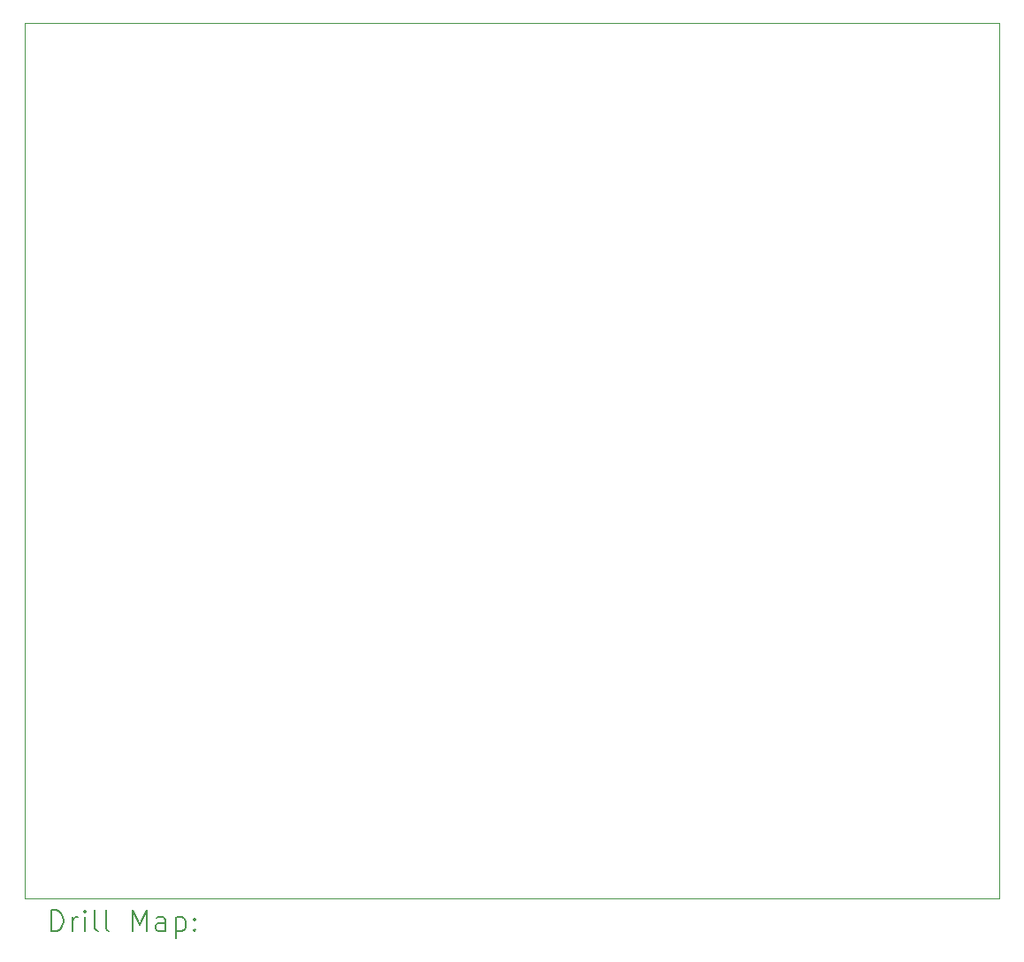
<source format=gbr>
%TF.GenerationSoftware,KiCad,Pcbnew,(6.0.10)*%
%TF.CreationDate,2023-06-25T11:42:36-04:00*%
%TF.ProjectId,sd2_node_board,7364325f-6e6f-4646-955f-626f6172642e,rev?*%
%TF.SameCoordinates,Original*%
%TF.FileFunction,Drillmap*%
%TF.FilePolarity,Positive*%
%FSLAX45Y45*%
G04 Gerber Fmt 4.5, Leading zero omitted, Abs format (unit mm)*
G04 Created by KiCad (PCBNEW (6.0.10)) date 2023-06-25 11:42:36*
%MOMM*%
%LPD*%
G01*
G04 APERTURE LIST*
%ADD10C,0.100000*%
%ADD11C,0.200000*%
G04 APERTURE END LIST*
D10*
X8719600Y-6870900D02*
X18045900Y-6870900D01*
X18045900Y-6870900D02*
X18045900Y-15257400D01*
X18045900Y-15257400D02*
X8719600Y-15257400D01*
X8719600Y-15257400D02*
X8719600Y-6870900D01*
D11*
X8972219Y-15572876D02*
X8972219Y-15372876D01*
X9019838Y-15372876D01*
X9048410Y-15382400D01*
X9067457Y-15401448D01*
X9076981Y-15420495D01*
X9086505Y-15458590D01*
X9086505Y-15487162D01*
X9076981Y-15525257D01*
X9067457Y-15544305D01*
X9048410Y-15563352D01*
X9019838Y-15572876D01*
X8972219Y-15572876D01*
X9172219Y-15572876D02*
X9172219Y-15439543D01*
X9172219Y-15477638D02*
X9181743Y-15458590D01*
X9191267Y-15449067D01*
X9210314Y-15439543D01*
X9229362Y-15439543D01*
X9296029Y-15572876D02*
X9296029Y-15439543D01*
X9296029Y-15372876D02*
X9286505Y-15382400D01*
X9296029Y-15391924D01*
X9305552Y-15382400D01*
X9296029Y-15372876D01*
X9296029Y-15391924D01*
X9419838Y-15572876D02*
X9400790Y-15563352D01*
X9391267Y-15544305D01*
X9391267Y-15372876D01*
X9524600Y-15572876D02*
X9505552Y-15563352D01*
X9496029Y-15544305D01*
X9496029Y-15372876D01*
X9753171Y-15572876D02*
X9753171Y-15372876D01*
X9819838Y-15515733D01*
X9886505Y-15372876D01*
X9886505Y-15572876D01*
X10067457Y-15572876D02*
X10067457Y-15468114D01*
X10057933Y-15449067D01*
X10038886Y-15439543D01*
X10000790Y-15439543D01*
X9981743Y-15449067D01*
X10067457Y-15563352D02*
X10048410Y-15572876D01*
X10000790Y-15572876D01*
X9981743Y-15563352D01*
X9972219Y-15544305D01*
X9972219Y-15525257D01*
X9981743Y-15506209D01*
X10000790Y-15496686D01*
X10048410Y-15496686D01*
X10067457Y-15487162D01*
X10162695Y-15439543D02*
X10162695Y-15639543D01*
X10162695Y-15449067D02*
X10181743Y-15439543D01*
X10219838Y-15439543D01*
X10238886Y-15449067D01*
X10248410Y-15458590D01*
X10257933Y-15477638D01*
X10257933Y-15534781D01*
X10248410Y-15553828D01*
X10238886Y-15563352D01*
X10219838Y-15572876D01*
X10181743Y-15572876D01*
X10162695Y-15563352D01*
X10343648Y-15553828D02*
X10353171Y-15563352D01*
X10343648Y-15572876D01*
X10334124Y-15563352D01*
X10343648Y-15553828D01*
X10343648Y-15572876D01*
X10343648Y-15449067D02*
X10353171Y-15458590D01*
X10343648Y-15468114D01*
X10334124Y-15458590D01*
X10343648Y-15449067D01*
X10343648Y-15468114D01*
M02*

</source>
